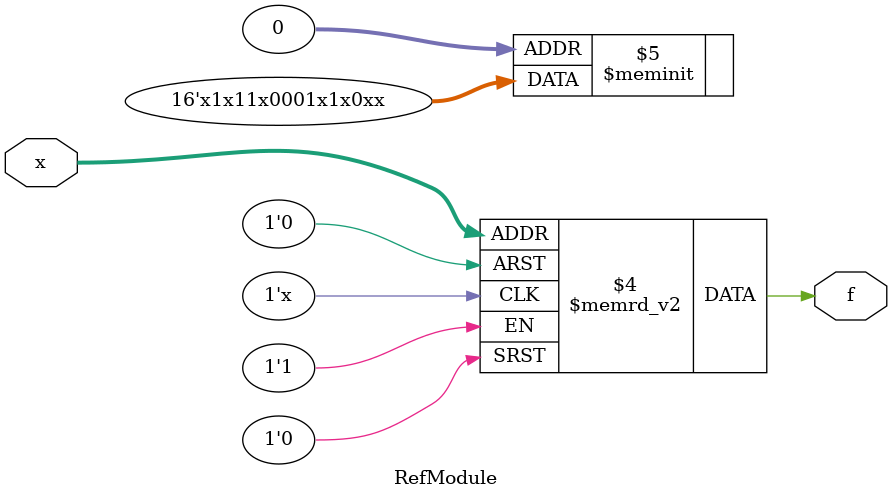
<source format=sv>

module RefModule (
  input [4:1] x,
  output logic f
);

  always_comb begin
    case (x)
      4'h0: f = 1'bx;
      4'h1: f = 1'bx;
      4'h2: f = 0;
      4'h3: f = 1'bx;
      4'h4: f = 1;
      4'h5: f = 1'bx;
      4'h6: f = 1;
      4'h7: f = 0;
      4'h8: f = 0;
      4'h9: f = 0;
      4'ha: f = 1'bx;
      4'hb: f = 1;
      4'hc: f = 1;
      4'hd: f = 1'bx;
      4'he: f = 1;
      4'hf: f = 1'bx;
    endcase
  end

endmodule

</source>
